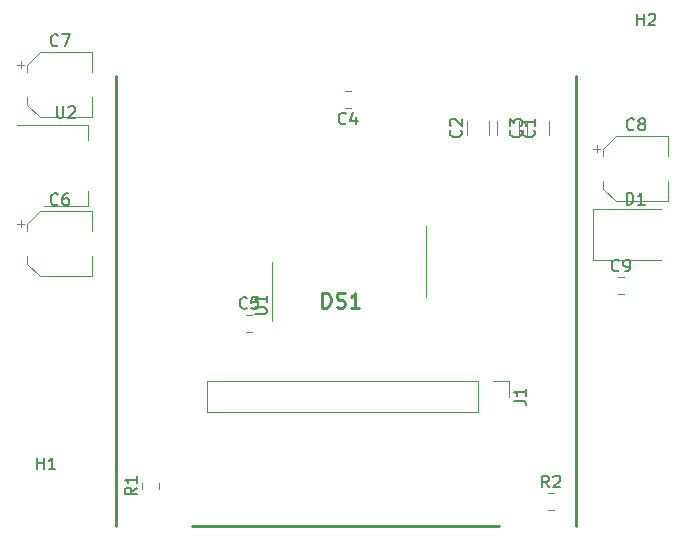
<source format=gto>
G04 #@! TF.GenerationSoftware,KiCad,Pcbnew,(5.1.6-0-10_14)*
G04 #@! TF.CreationDate,2021-08-09T12:52:48+02:00*
G04 #@! TF.ProjectId,dogs102,646f6773-3130-4322-9e6b-696361645f70,rev?*
G04 #@! TF.SameCoordinates,Original*
G04 #@! TF.FileFunction,Legend,Top*
G04 #@! TF.FilePolarity,Positive*
%FSLAX46Y46*%
G04 Gerber Fmt 4.6, Leading zero omitted, Abs format (unit mm)*
G04 Created by KiCad (PCBNEW (5.1.6-0-10_14)) date 2021-08-09 12:52:48*
%MOMM*%
%LPD*%
G01*
G04 APERTURE LIST*
%ADD10C,0.120000*%
%ADD11C,0.254000*%
%ADD12C,0.150000*%
G04 APERTURE END LIST*
D10*
X140790000Y-107108000D02*
X140790000Y-102108000D01*
X153850000Y-105108000D02*
X153850000Y-99108000D01*
X164157922Y-123138000D02*
X164675078Y-123138000D01*
X164157922Y-121718000D02*
X164675078Y-121718000D01*
X131266000Y-121338078D02*
X131266000Y-120820922D01*
X129846000Y-121338078D02*
X129846000Y-120820922D01*
X160842000Y-112208000D02*
X160842000Y-113538000D01*
X159512000Y-112208000D02*
X160842000Y-112208000D01*
X158242000Y-112208000D02*
X158242000Y-114868000D01*
X158242000Y-114868000D02*
X135322000Y-114868000D01*
X158242000Y-112208000D02*
X135322000Y-112208000D01*
X135322000Y-112208000D02*
X135322000Y-114868000D01*
X168018000Y-97672000D02*
X173718000Y-97672000D01*
X168018000Y-101972000D02*
X173718000Y-101972000D01*
X168018000Y-97672000D02*
X168018000Y-101972000D01*
X170096922Y-104850000D02*
X170614078Y-104850000D01*
X170096922Y-103430000D02*
X170614078Y-103430000D01*
X168305500Y-92236500D02*
X168305500Y-92861500D01*
X167993000Y-92549000D02*
X168618000Y-92549000D01*
X168858000Y-95929563D02*
X169922437Y-96994000D01*
X168858000Y-92538437D02*
X169922437Y-91474000D01*
X168858000Y-92538437D02*
X168858000Y-93174000D01*
X168858000Y-95929563D02*
X168858000Y-95294000D01*
X169922437Y-96994000D02*
X174378000Y-96994000D01*
X169922437Y-91474000D02*
X174378000Y-91474000D01*
X174378000Y-91474000D02*
X174378000Y-93174000D01*
X174378000Y-96994000D02*
X174378000Y-95294000D01*
X164232000Y-91410064D02*
X164232000Y-90205936D01*
X162412000Y-91410064D02*
X162412000Y-90205936D01*
X159152000Y-91410064D02*
X159152000Y-90205936D01*
X157332000Y-91410064D02*
X157332000Y-90205936D01*
X159872000Y-90205936D02*
X159872000Y-91410064D01*
X161692000Y-90205936D02*
X161692000Y-91410064D01*
X119242000Y-90570000D02*
X125252000Y-90570000D01*
X121492000Y-97390000D02*
X125252000Y-97390000D01*
X125252000Y-90570000D02*
X125252000Y-91830000D01*
X125252000Y-97390000D02*
X125252000Y-96130000D01*
D11*
X134066000Y-124460000D02*
X160066000Y-124460000D01*
X166566000Y-86360000D02*
X166566000Y-124460000D01*
X127566000Y-86360000D02*
X127566000Y-124460000D01*
D10*
X119537500Y-85124500D02*
X119537500Y-85749500D01*
X119225000Y-85437000D02*
X119850000Y-85437000D01*
X120090000Y-88817563D02*
X121154437Y-89882000D01*
X120090000Y-85426437D02*
X121154437Y-84362000D01*
X120090000Y-85426437D02*
X120090000Y-86062000D01*
X120090000Y-88817563D02*
X120090000Y-88182000D01*
X121154437Y-89882000D02*
X125610000Y-89882000D01*
X121154437Y-84362000D02*
X125610000Y-84362000D01*
X125610000Y-84362000D02*
X125610000Y-86062000D01*
X125610000Y-89882000D02*
X125610000Y-88182000D01*
X119537500Y-98586500D02*
X119537500Y-99211500D01*
X119225000Y-98899000D02*
X119850000Y-98899000D01*
X120090000Y-102279563D02*
X121154437Y-103344000D01*
X120090000Y-98888437D02*
X121154437Y-97824000D01*
X120090000Y-98888437D02*
X120090000Y-99524000D01*
X120090000Y-102279563D02*
X120090000Y-101644000D01*
X121154437Y-103344000D02*
X125610000Y-103344000D01*
X121154437Y-97824000D02*
X125610000Y-97824000D01*
X125610000Y-97824000D02*
X125610000Y-99524000D01*
X125610000Y-103344000D02*
X125610000Y-101644000D01*
X138600922Y-108025000D02*
X139118078Y-108025000D01*
X138600922Y-106605000D02*
X139118078Y-106605000D01*
X147500078Y-87682000D02*
X146982922Y-87682000D01*
X147500078Y-89102000D02*
X146982922Y-89102000D01*
D12*
X139352380Y-106559904D02*
X140161904Y-106559904D01*
X140257142Y-106512285D01*
X140304761Y-106464666D01*
X140352380Y-106369428D01*
X140352380Y-106178952D01*
X140304761Y-106083714D01*
X140257142Y-106036095D01*
X140161904Y-105988476D01*
X139352380Y-105988476D01*
X140352380Y-104988476D02*
X140352380Y-105559904D01*
X140352380Y-105274190D02*
X139352380Y-105274190D01*
X139495238Y-105369428D01*
X139590476Y-105464666D01*
X139638095Y-105559904D01*
X171704095Y-82104380D02*
X171704095Y-81104380D01*
X171704095Y-81580571D02*
X172275523Y-81580571D01*
X172275523Y-82104380D02*
X172275523Y-81104380D01*
X172704095Y-81199619D02*
X172751714Y-81152000D01*
X172846952Y-81104380D01*
X173085047Y-81104380D01*
X173180285Y-81152000D01*
X173227904Y-81199619D01*
X173275523Y-81294857D01*
X173275523Y-81390095D01*
X173227904Y-81532952D01*
X172656476Y-82104380D01*
X173275523Y-82104380D01*
X120904095Y-119696380D02*
X120904095Y-118696380D01*
X120904095Y-119172571D02*
X121475523Y-119172571D01*
X121475523Y-119696380D02*
X121475523Y-118696380D01*
X122475523Y-119696380D02*
X121904095Y-119696380D01*
X122189809Y-119696380D02*
X122189809Y-118696380D01*
X122094571Y-118839238D01*
X121999333Y-118934476D01*
X121904095Y-118982095D01*
X164249833Y-121230380D02*
X163916500Y-120754190D01*
X163678404Y-121230380D02*
X163678404Y-120230380D01*
X164059357Y-120230380D01*
X164154595Y-120278000D01*
X164202214Y-120325619D01*
X164249833Y-120420857D01*
X164249833Y-120563714D01*
X164202214Y-120658952D01*
X164154595Y-120706571D01*
X164059357Y-120754190D01*
X163678404Y-120754190D01*
X164630785Y-120325619D02*
X164678404Y-120278000D01*
X164773642Y-120230380D01*
X165011738Y-120230380D01*
X165106976Y-120278000D01*
X165154595Y-120325619D01*
X165202214Y-120420857D01*
X165202214Y-120516095D01*
X165154595Y-120658952D01*
X164583166Y-121230380D01*
X165202214Y-121230380D01*
X129358380Y-121246166D02*
X128882190Y-121579500D01*
X129358380Y-121817595D02*
X128358380Y-121817595D01*
X128358380Y-121436642D01*
X128406000Y-121341404D01*
X128453619Y-121293785D01*
X128548857Y-121246166D01*
X128691714Y-121246166D01*
X128786952Y-121293785D01*
X128834571Y-121341404D01*
X128882190Y-121436642D01*
X128882190Y-121817595D01*
X129358380Y-120293785D02*
X129358380Y-120865214D01*
X129358380Y-120579500D02*
X128358380Y-120579500D01*
X128501238Y-120674738D01*
X128596476Y-120769976D01*
X128644095Y-120865214D01*
X161294380Y-113871333D02*
X162008666Y-113871333D01*
X162151523Y-113918952D01*
X162246761Y-114014190D01*
X162294380Y-114157047D01*
X162294380Y-114252285D01*
X162294380Y-112871333D02*
X162294380Y-113442761D01*
X162294380Y-113157047D02*
X161294380Y-113157047D01*
X161437238Y-113252285D01*
X161532476Y-113347523D01*
X161580095Y-113442761D01*
X170829904Y-97274380D02*
X170829904Y-96274380D01*
X171068000Y-96274380D01*
X171210857Y-96322000D01*
X171306095Y-96417238D01*
X171353714Y-96512476D01*
X171401333Y-96702952D01*
X171401333Y-96845809D01*
X171353714Y-97036285D01*
X171306095Y-97131523D01*
X171210857Y-97226761D01*
X171068000Y-97274380D01*
X170829904Y-97274380D01*
X172353714Y-97274380D02*
X171782285Y-97274380D01*
X172068000Y-97274380D02*
X172068000Y-96274380D01*
X171972761Y-96417238D01*
X171877523Y-96512476D01*
X171782285Y-96560095D01*
X170188833Y-102847142D02*
X170141214Y-102894761D01*
X169998357Y-102942380D01*
X169903119Y-102942380D01*
X169760261Y-102894761D01*
X169665023Y-102799523D01*
X169617404Y-102704285D01*
X169569785Y-102513809D01*
X169569785Y-102370952D01*
X169617404Y-102180476D01*
X169665023Y-102085238D01*
X169760261Y-101990000D01*
X169903119Y-101942380D01*
X169998357Y-101942380D01*
X170141214Y-101990000D01*
X170188833Y-102037619D01*
X170665023Y-102942380D02*
X170855500Y-102942380D01*
X170950738Y-102894761D01*
X170998357Y-102847142D01*
X171093595Y-102704285D01*
X171141214Y-102513809D01*
X171141214Y-102132857D01*
X171093595Y-102037619D01*
X171045976Y-101990000D01*
X170950738Y-101942380D01*
X170760261Y-101942380D01*
X170665023Y-101990000D01*
X170617404Y-102037619D01*
X170569785Y-102132857D01*
X170569785Y-102370952D01*
X170617404Y-102466190D01*
X170665023Y-102513809D01*
X170760261Y-102561428D01*
X170950738Y-102561428D01*
X171045976Y-102513809D01*
X171093595Y-102466190D01*
X171141214Y-102370952D01*
X171451333Y-90891142D02*
X171403714Y-90938761D01*
X171260857Y-90986380D01*
X171165619Y-90986380D01*
X171022761Y-90938761D01*
X170927523Y-90843523D01*
X170879904Y-90748285D01*
X170832285Y-90557809D01*
X170832285Y-90414952D01*
X170879904Y-90224476D01*
X170927523Y-90129238D01*
X171022761Y-90034000D01*
X171165619Y-89986380D01*
X171260857Y-89986380D01*
X171403714Y-90034000D01*
X171451333Y-90081619D01*
X172022761Y-90414952D02*
X171927523Y-90367333D01*
X171879904Y-90319714D01*
X171832285Y-90224476D01*
X171832285Y-90176857D01*
X171879904Y-90081619D01*
X171927523Y-90034000D01*
X172022761Y-89986380D01*
X172213238Y-89986380D01*
X172308476Y-90034000D01*
X172356095Y-90081619D01*
X172403714Y-90176857D01*
X172403714Y-90224476D01*
X172356095Y-90319714D01*
X172308476Y-90367333D01*
X172213238Y-90414952D01*
X172022761Y-90414952D01*
X171927523Y-90462571D01*
X171879904Y-90510190D01*
X171832285Y-90605428D01*
X171832285Y-90795904D01*
X171879904Y-90891142D01*
X171927523Y-90938761D01*
X172022761Y-90986380D01*
X172213238Y-90986380D01*
X172308476Y-90938761D01*
X172356095Y-90891142D01*
X172403714Y-90795904D01*
X172403714Y-90605428D01*
X172356095Y-90510190D01*
X172308476Y-90462571D01*
X172213238Y-90414952D01*
X161859142Y-90974666D02*
X161906761Y-91022285D01*
X161954380Y-91165142D01*
X161954380Y-91260380D01*
X161906761Y-91403238D01*
X161811523Y-91498476D01*
X161716285Y-91546095D01*
X161525809Y-91593714D01*
X161382952Y-91593714D01*
X161192476Y-91546095D01*
X161097238Y-91498476D01*
X161002000Y-91403238D01*
X160954380Y-91260380D01*
X160954380Y-91165142D01*
X161002000Y-91022285D01*
X161049619Y-90974666D01*
X160954380Y-90641333D02*
X160954380Y-90022285D01*
X161335333Y-90355619D01*
X161335333Y-90212761D01*
X161382952Y-90117523D01*
X161430571Y-90069904D01*
X161525809Y-90022285D01*
X161763904Y-90022285D01*
X161859142Y-90069904D01*
X161906761Y-90117523D01*
X161954380Y-90212761D01*
X161954380Y-90498476D01*
X161906761Y-90593714D01*
X161859142Y-90641333D01*
X156779142Y-90974666D02*
X156826761Y-91022285D01*
X156874380Y-91165142D01*
X156874380Y-91260380D01*
X156826761Y-91403238D01*
X156731523Y-91498476D01*
X156636285Y-91546095D01*
X156445809Y-91593714D01*
X156302952Y-91593714D01*
X156112476Y-91546095D01*
X156017238Y-91498476D01*
X155922000Y-91403238D01*
X155874380Y-91260380D01*
X155874380Y-91165142D01*
X155922000Y-91022285D01*
X155969619Y-90974666D01*
X155969619Y-90593714D02*
X155922000Y-90546095D01*
X155874380Y-90450857D01*
X155874380Y-90212761D01*
X155922000Y-90117523D01*
X155969619Y-90069904D01*
X156064857Y-90022285D01*
X156160095Y-90022285D01*
X156302952Y-90069904D01*
X156874380Y-90641333D01*
X156874380Y-90022285D01*
X162959142Y-90974666D02*
X163006761Y-91022285D01*
X163054380Y-91165142D01*
X163054380Y-91260380D01*
X163006761Y-91403238D01*
X162911523Y-91498476D01*
X162816285Y-91546095D01*
X162625809Y-91593714D01*
X162482952Y-91593714D01*
X162292476Y-91546095D01*
X162197238Y-91498476D01*
X162102000Y-91403238D01*
X162054380Y-91260380D01*
X162054380Y-91165142D01*
X162102000Y-91022285D01*
X162149619Y-90974666D01*
X163054380Y-90022285D02*
X163054380Y-90593714D01*
X163054380Y-90308000D02*
X162054380Y-90308000D01*
X162197238Y-90403238D01*
X162292476Y-90498476D01*
X162340095Y-90593714D01*
X122580095Y-88932380D02*
X122580095Y-89741904D01*
X122627714Y-89837142D01*
X122675333Y-89884761D01*
X122770571Y-89932380D01*
X122961047Y-89932380D01*
X123056285Y-89884761D01*
X123103904Y-89837142D01*
X123151523Y-89741904D01*
X123151523Y-88932380D01*
X123580095Y-89027619D02*
X123627714Y-88980000D01*
X123722952Y-88932380D01*
X123961047Y-88932380D01*
X124056285Y-88980000D01*
X124103904Y-89027619D01*
X124151523Y-89122857D01*
X124151523Y-89218095D01*
X124103904Y-89360952D01*
X123532476Y-89932380D01*
X124151523Y-89932380D01*
D11*
X145070207Y-105999483D02*
X145070207Y-104729483D01*
X145372588Y-104729483D01*
X145554016Y-104789960D01*
X145674969Y-104910912D01*
X145735445Y-105031864D01*
X145795921Y-105273769D01*
X145795921Y-105455198D01*
X145735445Y-105697102D01*
X145674969Y-105818055D01*
X145554016Y-105939007D01*
X145372588Y-105999483D01*
X145070207Y-105999483D01*
X146279730Y-105939007D02*
X146461159Y-105999483D01*
X146763540Y-105999483D01*
X146884492Y-105939007D01*
X146944969Y-105878531D01*
X147005445Y-105757579D01*
X147005445Y-105636626D01*
X146944969Y-105515674D01*
X146884492Y-105455198D01*
X146763540Y-105394721D01*
X146521635Y-105334245D01*
X146400683Y-105273769D01*
X146340207Y-105213293D01*
X146279730Y-105092340D01*
X146279730Y-104971388D01*
X146340207Y-104850436D01*
X146400683Y-104789960D01*
X146521635Y-104729483D01*
X146824016Y-104729483D01*
X147005445Y-104789960D01*
X148214969Y-105999483D02*
X147489254Y-105999483D01*
X147852111Y-105999483D02*
X147852111Y-104729483D01*
X147731159Y-104910912D01*
X147610207Y-105031864D01*
X147489254Y-105092340D01*
D12*
X122683333Y-83779142D02*
X122635714Y-83826761D01*
X122492857Y-83874380D01*
X122397619Y-83874380D01*
X122254761Y-83826761D01*
X122159523Y-83731523D01*
X122111904Y-83636285D01*
X122064285Y-83445809D01*
X122064285Y-83302952D01*
X122111904Y-83112476D01*
X122159523Y-83017238D01*
X122254761Y-82922000D01*
X122397619Y-82874380D01*
X122492857Y-82874380D01*
X122635714Y-82922000D01*
X122683333Y-82969619D01*
X123016666Y-82874380D02*
X123683333Y-82874380D01*
X123254761Y-83874380D01*
X122683333Y-97241142D02*
X122635714Y-97288761D01*
X122492857Y-97336380D01*
X122397619Y-97336380D01*
X122254761Y-97288761D01*
X122159523Y-97193523D01*
X122111904Y-97098285D01*
X122064285Y-96907809D01*
X122064285Y-96764952D01*
X122111904Y-96574476D01*
X122159523Y-96479238D01*
X122254761Y-96384000D01*
X122397619Y-96336380D01*
X122492857Y-96336380D01*
X122635714Y-96384000D01*
X122683333Y-96431619D01*
X123540476Y-96336380D02*
X123350000Y-96336380D01*
X123254761Y-96384000D01*
X123207142Y-96431619D01*
X123111904Y-96574476D01*
X123064285Y-96764952D01*
X123064285Y-97145904D01*
X123111904Y-97241142D01*
X123159523Y-97288761D01*
X123254761Y-97336380D01*
X123445238Y-97336380D01*
X123540476Y-97288761D01*
X123588095Y-97241142D01*
X123635714Y-97145904D01*
X123635714Y-96907809D01*
X123588095Y-96812571D01*
X123540476Y-96764952D01*
X123445238Y-96717333D01*
X123254761Y-96717333D01*
X123159523Y-96764952D01*
X123111904Y-96812571D01*
X123064285Y-96907809D01*
X138692833Y-106022142D02*
X138645214Y-106069761D01*
X138502357Y-106117380D01*
X138407119Y-106117380D01*
X138264261Y-106069761D01*
X138169023Y-105974523D01*
X138121404Y-105879285D01*
X138073785Y-105688809D01*
X138073785Y-105545952D01*
X138121404Y-105355476D01*
X138169023Y-105260238D01*
X138264261Y-105165000D01*
X138407119Y-105117380D01*
X138502357Y-105117380D01*
X138645214Y-105165000D01*
X138692833Y-105212619D01*
X139597595Y-105117380D02*
X139121404Y-105117380D01*
X139073785Y-105593571D01*
X139121404Y-105545952D01*
X139216642Y-105498333D01*
X139454738Y-105498333D01*
X139549976Y-105545952D01*
X139597595Y-105593571D01*
X139645214Y-105688809D01*
X139645214Y-105926904D01*
X139597595Y-106022142D01*
X139549976Y-106069761D01*
X139454738Y-106117380D01*
X139216642Y-106117380D01*
X139121404Y-106069761D01*
X139073785Y-106022142D01*
X147074833Y-90399142D02*
X147027214Y-90446761D01*
X146884357Y-90494380D01*
X146789119Y-90494380D01*
X146646261Y-90446761D01*
X146551023Y-90351523D01*
X146503404Y-90256285D01*
X146455785Y-90065809D01*
X146455785Y-89922952D01*
X146503404Y-89732476D01*
X146551023Y-89637238D01*
X146646261Y-89542000D01*
X146789119Y-89494380D01*
X146884357Y-89494380D01*
X147027214Y-89542000D01*
X147074833Y-89589619D01*
X147931976Y-89827714D02*
X147931976Y-90494380D01*
X147693880Y-89446761D02*
X147455785Y-90161047D01*
X148074833Y-90161047D01*
M02*

</source>
